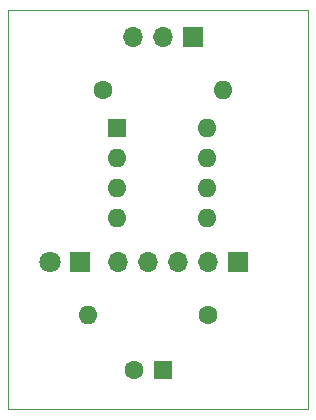
<source format=gbr>
%TF.GenerationSoftware,KiCad,Pcbnew,(6.0.0)*%
%TF.CreationDate,2022-02-06T14:28:57-06:00*%
%TF.ProjectId,moduloSonidoPCB,6d6f6475-6c6f-4536-9f6e-69646f504342,rev?*%
%TF.SameCoordinates,Original*%
%TF.FileFunction,Copper,L2,Bot*%
%TF.FilePolarity,Positive*%
%FSLAX46Y46*%
G04 Gerber Fmt 4.6, Leading zero omitted, Abs format (unit mm)*
G04 Created by KiCad (PCBNEW (6.0.0)) date 2022-02-06 14:28:57*
%MOMM*%
%LPD*%
G01*
G04 APERTURE LIST*
%TA.AperFunction,Profile*%
%ADD10C,0.100000*%
%TD*%
%TA.AperFunction,ComponentPad*%
%ADD11C,1.600000*%
%TD*%
%TA.AperFunction,ComponentPad*%
%ADD12O,1.600000X1.600000*%
%TD*%
%TA.AperFunction,ComponentPad*%
%ADD13R,1.700000X1.700000*%
%TD*%
%TA.AperFunction,ComponentPad*%
%ADD14O,1.700000X1.700000*%
%TD*%
%TA.AperFunction,ComponentPad*%
%ADD15R,1.600000X1.600000*%
%TD*%
%TA.AperFunction,ComponentPad*%
%ADD16R,1.800000X1.800000*%
%TD*%
%TA.AperFunction,ComponentPad*%
%ADD17C,1.800000*%
%TD*%
G04 APERTURE END LIST*
D10*
X116586000Y-76327000D02*
X141986000Y-76327000D01*
X141986000Y-76327000D02*
X141986000Y-110109000D01*
X141986000Y-110109000D02*
X116586000Y-110109000D01*
X116586000Y-110109000D02*
X116586000Y-76327000D01*
D11*
%TO.P,R2,1*%
%TO.N,Net-(R2-Pad1)*%
X124587000Y-83058000D03*
D12*
%TO.P,R2,2*%
%TO.N,+3V3*%
X134747000Y-83058000D03*
%TD*%
D13*
%TO.P,J1,1,Pin_1*%
%TO.N,+3V3*%
X132207000Y-78613000D03*
D14*
%TO.P,J1,2,Pin_2*%
%TO.N,ADC*%
X129667000Y-78613000D03*
%TO.P,J1,3,Pin_3*%
%TO.N,GND*%
X127127000Y-78613000D03*
%TD*%
D15*
%TO.P,C1,1*%
%TO.N,+3V3*%
X129729113Y-106807000D03*
D11*
%TO.P,C1,2*%
%TO.N,GND*%
X127229113Y-106807000D03*
%TD*%
D15*
%TO.P,U1,1,~{RESET}/PB5*%
%TO.N,Net-(R2-Pad1)*%
X125782000Y-86243000D03*
D12*
%TO.P,U1,2,XTAL1/PB3*%
%TO.N,Rx*%
X125782000Y-88783000D03*
%TO.P,U1,3,XTAL2/PB4*%
%TO.N,Tx*%
X125782000Y-91323000D03*
%TO.P,U1,4,GND*%
%TO.N,GND*%
X125782000Y-93863000D03*
%TO.P,U1,5,AREF/PB0*%
%TO.N,F*%
X133402000Y-93863000D03*
%TO.P,U1,6,PB1*%
%TO.N,unconnected-(U1-Pad6)*%
X133402000Y-91323000D03*
%TO.P,U1,7,PB2*%
%TO.N,ADC*%
X133402000Y-88783000D03*
%TO.P,U1,8,VCC*%
%TO.N,+3V3*%
X133402000Y-86243000D03*
%TD*%
D16*
%TO.P,D1,1,K*%
%TO.N,GND*%
X122682000Y-97663000D03*
D17*
%TO.P,D1,2,A*%
%TO.N,Net-(D1-Pad2)*%
X120142000Y-97663000D03*
%TD*%
D13*
%TO.P,J2,1,Pin_1*%
%TO.N,+3V3*%
X136012000Y-97663000D03*
D14*
%TO.P,J2,2,Pin_2*%
%TO.N,F*%
X133472000Y-97663000D03*
%TO.P,J2,3,Pin_3*%
%TO.N,Rx*%
X130932000Y-97663000D03*
%TO.P,J2,4,Pin_4*%
%TO.N,Tx*%
X128392000Y-97663000D03*
%TO.P,J2,5,Pin_5*%
%TO.N,GND*%
X125852000Y-97663000D03*
%TD*%
D11*
%TO.P,R1,1*%
%TO.N,F*%
X133477000Y-102108000D03*
D12*
%TO.P,R1,2*%
%TO.N,Net-(D1-Pad2)*%
X123317000Y-102108000D03*
%TD*%
M02*

</source>
